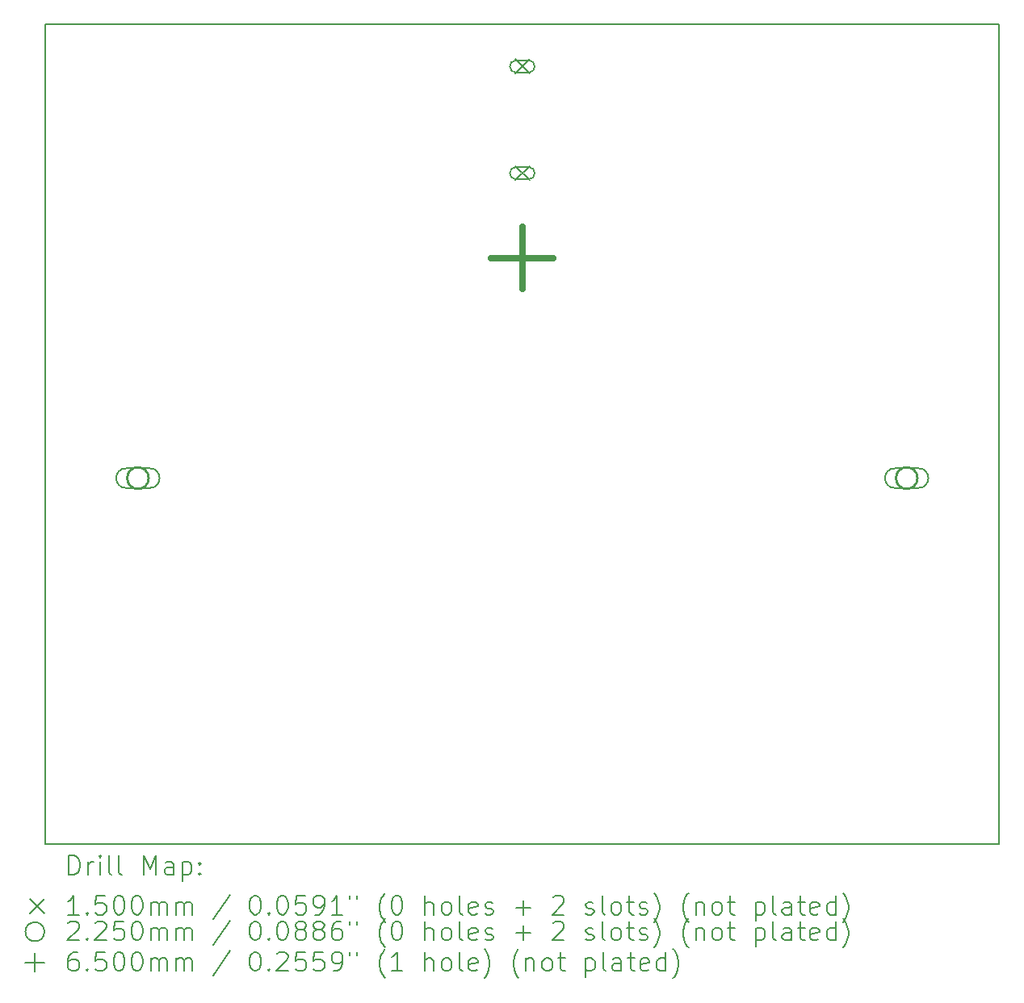
<source format=gbr>
%FSLAX45Y45*%
G04 Gerber Fmt 4.5, Leading zero omitted, Abs format (unit mm)*
G04 Created by KiCad (PCBNEW (6.0.1-0)) date 2023-01-18 10:24:00*
%MOMM*%
%LPD*%
G01*
G04 APERTURE LIST*
%TA.AperFunction,Profile*%
%ADD10C,0.200000*%
%TD*%
%ADD11C,0.200000*%
%ADD12C,0.150000*%
%ADD13C,0.225000*%
%ADD14C,0.650000*%
G04 APERTURE END LIST*
D10*
X10000000Y-13600000D02*
X20000000Y-13600000D01*
X20000000Y-5000000D02*
X10000000Y-5000000D01*
X20000000Y-13600000D02*
X20000000Y-5000000D01*
X10000000Y-13600000D02*
X10000000Y-5000000D01*
D11*
D12*
X14925000Y-5365000D02*
X15075000Y-5515000D01*
X15075000Y-5365000D02*
X14925000Y-5515000D01*
D11*
X14935000Y-5505000D02*
X15065000Y-5505000D01*
X14935000Y-5375000D02*
X15065000Y-5375000D01*
X15065000Y-5505000D02*
G75*
G03*
X15065000Y-5375000I0J65000D01*
G01*
X14935000Y-5375000D02*
G75*
G03*
X14935000Y-5505000I0J-65000D01*
G01*
D12*
X14925000Y-6485000D02*
X15075000Y-6635000D01*
X15075000Y-6485000D02*
X14925000Y-6635000D01*
D11*
X14935000Y-6625000D02*
X15065000Y-6625000D01*
X14935000Y-6495000D02*
X15065000Y-6495000D01*
X15065000Y-6625000D02*
G75*
G03*
X15065000Y-6495000I0J65000D01*
G01*
X14935000Y-6495000D02*
G75*
G03*
X14935000Y-6625000I0J-65000D01*
G01*
D13*
X11082500Y-9760000D02*
G75*
G03*
X11082500Y-9760000I-112500J0D01*
G01*
D11*
X10845000Y-9862500D02*
X11095000Y-9862500D01*
X10845000Y-9657500D02*
X11095000Y-9657500D01*
X11095000Y-9862500D02*
G75*
G03*
X11095000Y-9657500I0J102500D01*
G01*
X10845000Y-9657500D02*
G75*
G03*
X10845000Y-9862500I0J-102500D01*
G01*
D13*
X19142500Y-9760000D02*
G75*
G03*
X19142500Y-9760000I-112500J0D01*
G01*
D11*
X18905000Y-9862500D02*
X19155000Y-9862500D01*
X18905000Y-9657500D02*
X19155000Y-9657500D01*
X19155000Y-9862500D02*
G75*
G03*
X19155000Y-9657500I0J102500D01*
G01*
X18905000Y-9657500D02*
G75*
G03*
X18905000Y-9862500I0J-102500D01*
G01*
D14*
X15000000Y-7125000D02*
X15000000Y-7775000D01*
X14675000Y-7450000D02*
X15325000Y-7450000D01*
D11*
X10247619Y-13920476D02*
X10247619Y-13720476D01*
X10295238Y-13720476D01*
X10323810Y-13730000D01*
X10342857Y-13749048D01*
X10352381Y-13768095D01*
X10361905Y-13806190D01*
X10361905Y-13834762D01*
X10352381Y-13872857D01*
X10342857Y-13891905D01*
X10323810Y-13910952D01*
X10295238Y-13920476D01*
X10247619Y-13920476D01*
X10447619Y-13920476D02*
X10447619Y-13787143D01*
X10447619Y-13825238D02*
X10457143Y-13806190D01*
X10466667Y-13796667D01*
X10485714Y-13787143D01*
X10504762Y-13787143D01*
X10571429Y-13920476D02*
X10571429Y-13787143D01*
X10571429Y-13720476D02*
X10561905Y-13730000D01*
X10571429Y-13739524D01*
X10580952Y-13730000D01*
X10571429Y-13720476D01*
X10571429Y-13739524D01*
X10695238Y-13920476D02*
X10676190Y-13910952D01*
X10666667Y-13891905D01*
X10666667Y-13720476D01*
X10800000Y-13920476D02*
X10780952Y-13910952D01*
X10771429Y-13891905D01*
X10771429Y-13720476D01*
X11028571Y-13920476D02*
X11028571Y-13720476D01*
X11095238Y-13863333D01*
X11161905Y-13720476D01*
X11161905Y-13920476D01*
X11342857Y-13920476D02*
X11342857Y-13815714D01*
X11333333Y-13796667D01*
X11314286Y-13787143D01*
X11276190Y-13787143D01*
X11257143Y-13796667D01*
X11342857Y-13910952D02*
X11323809Y-13920476D01*
X11276190Y-13920476D01*
X11257143Y-13910952D01*
X11247619Y-13891905D01*
X11247619Y-13872857D01*
X11257143Y-13853809D01*
X11276190Y-13844286D01*
X11323809Y-13844286D01*
X11342857Y-13834762D01*
X11438095Y-13787143D02*
X11438095Y-13987143D01*
X11438095Y-13796667D02*
X11457143Y-13787143D01*
X11495238Y-13787143D01*
X11514286Y-13796667D01*
X11523809Y-13806190D01*
X11533333Y-13825238D01*
X11533333Y-13882381D01*
X11523809Y-13901428D01*
X11514286Y-13910952D01*
X11495238Y-13920476D01*
X11457143Y-13920476D01*
X11438095Y-13910952D01*
X11619048Y-13901428D02*
X11628571Y-13910952D01*
X11619048Y-13920476D01*
X11609524Y-13910952D01*
X11619048Y-13901428D01*
X11619048Y-13920476D01*
X11619048Y-13796667D02*
X11628571Y-13806190D01*
X11619048Y-13815714D01*
X11609524Y-13806190D01*
X11619048Y-13796667D01*
X11619048Y-13815714D01*
D12*
X9840000Y-14175000D02*
X9990000Y-14325000D01*
X9990000Y-14175000D02*
X9840000Y-14325000D01*
D11*
X10352381Y-14340476D02*
X10238095Y-14340476D01*
X10295238Y-14340476D02*
X10295238Y-14140476D01*
X10276190Y-14169048D01*
X10257143Y-14188095D01*
X10238095Y-14197619D01*
X10438095Y-14321428D02*
X10447619Y-14330952D01*
X10438095Y-14340476D01*
X10428571Y-14330952D01*
X10438095Y-14321428D01*
X10438095Y-14340476D01*
X10628571Y-14140476D02*
X10533333Y-14140476D01*
X10523810Y-14235714D01*
X10533333Y-14226190D01*
X10552381Y-14216667D01*
X10600000Y-14216667D01*
X10619048Y-14226190D01*
X10628571Y-14235714D01*
X10638095Y-14254762D01*
X10638095Y-14302381D01*
X10628571Y-14321428D01*
X10619048Y-14330952D01*
X10600000Y-14340476D01*
X10552381Y-14340476D01*
X10533333Y-14330952D01*
X10523810Y-14321428D01*
X10761905Y-14140476D02*
X10780952Y-14140476D01*
X10800000Y-14150000D01*
X10809524Y-14159524D01*
X10819048Y-14178571D01*
X10828571Y-14216667D01*
X10828571Y-14264286D01*
X10819048Y-14302381D01*
X10809524Y-14321428D01*
X10800000Y-14330952D01*
X10780952Y-14340476D01*
X10761905Y-14340476D01*
X10742857Y-14330952D01*
X10733333Y-14321428D01*
X10723810Y-14302381D01*
X10714286Y-14264286D01*
X10714286Y-14216667D01*
X10723810Y-14178571D01*
X10733333Y-14159524D01*
X10742857Y-14150000D01*
X10761905Y-14140476D01*
X10952381Y-14140476D02*
X10971429Y-14140476D01*
X10990476Y-14150000D01*
X11000000Y-14159524D01*
X11009524Y-14178571D01*
X11019048Y-14216667D01*
X11019048Y-14264286D01*
X11009524Y-14302381D01*
X11000000Y-14321428D01*
X10990476Y-14330952D01*
X10971429Y-14340476D01*
X10952381Y-14340476D01*
X10933333Y-14330952D01*
X10923810Y-14321428D01*
X10914286Y-14302381D01*
X10904762Y-14264286D01*
X10904762Y-14216667D01*
X10914286Y-14178571D01*
X10923810Y-14159524D01*
X10933333Y-14150000D01*
X10952381Y-14140476D01*
X11104762Y-14340476D02*
X11104762Y-14207143D01*
X11104762Y-14226190D02*
X11114286Y-14216667D01*
X11133333Y-14207143D01*
X11161905Y-14207143D01*
X11180952Y-14216667D01*
X11190476Y-14235714D01*
X11190476Y-14340476D01*
X11190476Y-14235714D02*
X11200000Y-14216667D01*
X11219048Y-14207143D01*
X11247619Y-14207143D01*
X11266667Y-14216667D01*
X11276190Y-14235714D01*
X11276190Y-14340476D01*
X11371428Y-14340476D02*
X11371428Y-14207143D01*
X11371428Y-14226190D02*
X11380952Y-14216667D01*
X11400000Y-14207143D01*
X11428571Y-14207143D01*
X11447619Y-14216667D01*
X11457143Y-14235714D01*
X11457143Y-14340476D01*
X11457143Y-14235714D02*
X11466667Y-14216667D01*
X11485714Y-14207143D01*
X11514286Y-14207143D01*
X11533333Y-14216667D01*
X11542857Y-14235714D01*
X11542857Y-14340476D01*
X11933333Y-14130952D02*
X11761905Y-14388095D01*
X12190476Y-14140476D02*
X12209524Y-14140476D01*
X12228571Y-14150000D01*
X12238095Y-14159524D01*
X12247619Y-14178571D01*
X12257143Y-14216667D01*
X12257143Y-14264286D01*
X12247619Y-14302381D01*
X12238095Y-14321428D01*
X12228571Y-14330952D01*
X12209524Y-14340476D01*
X12190476Y-14340476D01*
X12171428Y-14330952D01*
X12161905Y-14321428D01*
X12152381Y-14302381D01*
X12142857Y-14264286D01*
X12142857Y-14216667D01*
X12152381Y-14178571D01*
X12161905Y-14159524D01*
X12171428Y-14150000D01*
X12190476Y-14140476D01*
X12342857Y-14321428D02*
X12352381Y-14330952D01*
X12342857Y-14340476D01*
X12333333Y-14330952D01*
X12342857Y-14321428D01*
X12342857Y-14340476D01*
X12476190Y-14140476D02*
X12495238Y-14140476D01*
X12514286Y-14150000D01*
X12523809Y-14159524D01*
X12533333Y-14178571D01*
X12542857Y-14216667D01*
X12542857Y-14264286D01*
X12533333Y-14302381D01*
X12523809Y-14321428D01*
X12514286Y-14330952D01*
X12495238Y-14340476D01*
X12476190Y-14340476D01*
X12457143Y-14330952D01*
X12447619Y-14321428D01*
X12438095Y-14302381D01*
X12428571Y-14264286D01*
X12428571Y-14216667D01*
X12438095Y-14178571D01*
X12447619Y-14159524D01*
X12457143Y-14150000D01*
X12476190Y-14140476D01*
X12723809Y-14140476D02*
X12628571Y-14140476D01*
X12619048Y-14235714D01*
X12628571Y-14226190D01*
X12647619Y-14216667D01*
X12695238Y-14216667D01*
X12714286Y-14226190D01*
X12723809Y-14235714D01*
X12733333Y-14254762D01*
X12733333Y-14302381D01*
X12723809Y-14321428D01*
X12714286Y-14330952D01*
X12695238Y-14340476D01*
X12647619Y-14340476D01*
X12628571Y-14330952D01*
X12619048Y-14321428D01*
X12828571Y-14340476D02*
X12866667Y-14340476D01*
X12885714Y-14330952D01*
X12895238Y-14321428D01*
X12914286Y-14292857D01*
X12923809Y-14254762D01*
X12923809Y-14178571D01*
X12914286Y-14159524D01*
X12904762Y-14150000D01*
X12885714Y-14140476D01*
X12847619Y-14140476D01*
X12828571Y-14150000D01*
X12819048Y-14159524D01*
X12809524Y-14178571D01*
X12809524Y-14226190D01*
X12819048Y-14245238D01*
X12828571Y-14254762D01*
X12847619Y-14264286D01*
X12885714Y-14264286D01*
X12904762Y-14254762D01*
X12914286Y-14245238D01*
X12923809Y-14226190D01*
X13114286Y-14340476D02*
X13000000Y-14340476D01*
X13057143Y-14340476D02*
X13057143Y-14140476D01*
X13038095Y-14169048D01*
X13019048Y-14188095D01*
X13000000Y-14197619D01*
X13190476Y-14140476D02*
X13190476Y-14178571D01*
X13266667Y-14140476D02*
X13266667Y-14178571D01*
X13561905Y-14416667D02*
X13552381Y-14407143D01*
X13533333Y-14378571D01*
X13523809Y-14359524D01*
X13514286Y-14330952D01*
X13504762Y-14283333D01*
X13504762Y-14245238D01*
X13514286Y-14197619D01*
X13523809Y-14169048D01*
X13533333Y-14150000D01*
X13552381Y-14121428D01*
X13561905Y-14111905D01*
X13676190Y-14140476D02*
X13695238Y-14140476D01*
X13714286Y-14150000D01*
X13723809Y-14159524D01*
X13733333Y-14178571D01*
X13742857Y-14216667D01*
X13742857Y-14264286D01*
X13733333Y-14302381D01*
X13723809Y-14321428D01*
X13714286Y-14330952D01*
X13695238Y-14340476D01*
X13676190Y-14340476D01*
X13657143Y-14330952D01*
X13647619Y-14321428D01*
X13638095Y-14302381D01*
X13628571Y-14264286D01*
X13628571Y-14216667D01*
X13638095Y-14178571D01*
X13647619Y-14159524D01*
X13657143Y-14150000D01*
X13676190Y-14140476D01*
X13980952Y-14340476D02*
X13980952Y-14140476D01*
X14066667Y-14340476D02*
X14066667Y-14235714D01*
X14057143Y-14216667D01*
X14038095Y-14207143D01*
X14009524Y-14207143D01*
X13990476Y-14216667D01*
X13980952Y-14226190D01*
X14190476Y-14340476D02*
X14171428Y-14330952D01*
X14161905Y-14321428D01*
X14152381Y-14302381D01*
X14152381Y-14245238D01*
X14161905Y-14226190D01*
X14171428Y-14216667D01*
X14190476Y-14207143D01*
X14219048Y-14207143D01*
X14238095Y-14216667D01*
X14247619Y-14226190D01*
X14257143Y-14245238D01*
X14257143Y-14302381D01*
X14247619Y-14321428D01*
X14238095Y-14330952D01*
X14219048Y-14340476D01*
X14190476Y-14340476D01*
X14371428Y-14340476D02*
X14352381Y-14330952D01*
X14342857Y-14311905D01*
X14342857Y-14140476D01*
X14523809Y-14330952D02*
X14504762Y-14340476D01*
X14466667Y-14340476D01*
X14447619Y-14330952D01*
X14438095Y-14311905D01*
X14438095Y-14235714D01*
X14447619Y-14216667D01*
X14466667Y-14207143D01*
X14504762Y-14207143D01*
X14523809Y-14216667D01*
X14533333Y-14235714D01*
X14533333Y-14254762D01*
X14438095Y-14273809D01*
X14609524Y-14330952D02*
X14628571Y-14340476D01*
X14666667Y-14340476D01*
X14685714Y-14330952D01*
X14695238Y-14311905D01*
X14695238Y-14302381D01*
X14685714Y-14283333D01*
X14666667Y-14273809D01*
X14638095Y-14273809D01*
X14619048Y-14264286D01*
X14609524Y-14245238D01*
X14609524Y-14235714D01*
X14619048Y-14216667D01*
X14638095Y-14207143D01*
X14666667Y-14207143D01*
X14685714Y-14216667D01*
X14933333Y-14264286D02*
X15085714Y-14264286D01*
X15009524Y-14340476D02*
X15009524Y-14188095D01*
X15323809Y-14159524D02*
X15333333Y-14150000D01*
X15352381Y-14140476D01*
X15400000Y-14140476D01*
X15419048Y-14150000D01*
X15428571Y-14159524D01*
X15438095Y-14178571D01*
X15438095Y-14197619D01*
X15428571Y-14226190D01*
X15314286Y-14340476D01*
X15438095Y-14340476D01*
X15666667Y-14330952D02*
X15685714Y-14340476D01*
X15723809Y-14340476D01*
X15742857Y-14330952D01*
X15752381Y-14311905D01*
X15752381Y-14302381D01*
X15742857Y-14283333D01*
X15723809Y-14273809D01*
X15695238Y-14273809D01*
X15676190Y-14264286D01*
X15666667Y-14245238D01*
X15666667Y-14235714D01*
X15676190Y-14216667D01*
X15695238Y-14207143D01*
X15723809Y-14207143D01*
X15742857Y-14216667D01*
X15866667Y-14340476D02*
X15847619Y-14330952D01*
X15838095Y-14311905D01*
X15838095Y-14140476D01*
X15971428Y-14340476D02*
X15952381Y-14330952D01*
X15942857Y-14321428D01*
X15933333Y-14302381D01*
X15933333Y-14245238D01*
X15942857Y-14226190D01*
X15952381Y-14216667D01*
X15971428Y-14207143D01*
X16000000Y-14207143D01*
X16019048Y-14216667D01*
X16028571Y-14226190D01*
X16038095Y-14245238D01*
X16038095Y-14302381D01*
X16028571Y-14321428D01*
X16019048Y-14330952D01*
X16000000Y-14340476D01*
X15971428Y-14340476D01*
X16095238Y-14207143D02*
X16171428Y-14207143D01*
X16123809Y-14140476D02*
X16123809Y-14311905D01*
X16133333Y-14330952D01*
X16152381Y-14340476D01*
X16171428Y-14340476D01*
X16228571Y-14330952D02*
X16247619Y-14340476D01*
X16285714Y-14340476D01*
X16304762Y-14330952D01*
X16314286Y-14311905D01*
X16314286Y-14302381D01*
X16304762Y-14283333D01*
X16285714Y-14273809D01*
X16257143Y-14273809D01*
X16238095Y-14264286D01*
X16228571Y-14245238D01*
X16228571Y-14235714D01*
X16238095Y-14216667D01*
X16257143Y-14207143D01*
X16285714Y-14207143D01*
X16304762Y-14216667D01*
X16380952Y-14416667D02*
X16390476Y-14407143D01*
X16409524Y-14378571D01*
X16419048Y-14359524D01*
X16428571Y-14330952D01*
X16438095Y-14283333D01*
X16438095Y-14245238D01*
X16428571Y-14197619D01*
X16419048Y-14169048D01*
X16409524Y-14150000D01*
X16390476Y-14121428D01*
X16380952Y-14111905D01*
X16742857Y-14416667D02*
X16733333Y-14407143D01*
X16714286Y-14378571D01*
X16704762Y-14359524D01*
X16695238Y-14330952D01*
X16685714Y-14283333D01*
X16685714Y-14245238D01*
X16695238Y-14197619D01*
X16704762Y-14169048D01*
X16714286Y-14150000D01*
X16733333Y-14121428D01*
X16742857Y-14111905D01*
X16819048Y-14207143D02*
X16819048Y-14340476D01*
X16819048Y-14226190D02*
X16828571Y-14216667D01*
X16847619Y-14207143D01*
X16876190Y-14207143D01*
X16895238Y-14216667D01*
X16904762Y-14235714D01*
X16904762Y-14340476D01*
X17028571Y-14340476D02*
X17009524Y-14330952D01*
X17000000Y-14321428D01*
X16990476Y-14302381D01*
X16990476Y-14245238D01*
X17000000Y-14226190D01*
X17009524Y-14216667D01*
X17028571Y-14207143D01*
X17057143Y-14207143D01*
X17076190Y-14216667D01*
X17085714Y-14226190D01*
X17095238Y-14245238D01*
X17095238Y-14302381D01*
X17085714Y-14321428D01*
X17076190Y-14330952D01*
X17057143Y-14340476D01*
X17028571Y-14340476D01*
X17152381Y-14207143D02*
X17228571Y-14207143D01*
X17180952Y-14140476D02*
X17180952Y-14311905D01*
X17190476Y-14330952D01*
X17209524Y-14340476D01*
X17228571Y-14340476D01*
X17447619Y-14207143D02*
X17447619Y-14407143D01*
X17447619Y-14216667D02*
X17466667Y-14207143D01*
X17504762Y-14207143D01*
X17523810Y-14216667D01*
X17533333Y-14226190D01*
X17542857Y-14245238D01*
X17542857Y-14302381D01*
X17533333Y-14321428D01*
X17523810Y-14330952D01*
X17504762Y-14340476D01*
X17466667Y-14340476D01*
X17447619Y-14330952D01*
X17657143Y-14340476D02*
X17638095Y-14330952D01*
X17628571Y-14311905D01*
X17628571Y-14140476D01*
X17819048Y-14340476D02*
X17819048Y-14235714D01*
X17809524Y-14216667D01*
X17790476Y-14207143D01*
X17752381Y-14207143D01*
X17733333Y-14216667D01*
X17819048Y-14330952D02*
X17800000Y-14340476D01*
X17752381Y-14340476D01*
X17733333Y-14330952D01*
X17723810Y-14311905D01*
X17723810Y-14292857D01*
X17733333Y-14273809D01*
X17752381Y-14264286D01*
X17800000Y-14264286D01*
X17819048Y-14254762D01*
X17885714Y-14207143D02*
X17961905Y-14207143D01*
X17914286Y-14140476D02*
X17914286Y-14311905D01*
X17923810Y-14330952D01*
X17942857Y-14340476D01*
X17961905Y-14340476D01*
X18104762Y-14330952D02*
X18085714Y-14340476D01*
X18047619Y-14340476D01*
X18028571Y-14330952D01*
X18019048Y-14311905D01*
X18019048Y-14235714D01*
X18028571Y-14216667D01*
X18047619Y-14207143D01*
X18085714Y-14207143D01*
X18104762Y-14216667D01*
X18114286Y-14235714D01*
X18114286Y-14254762D01*
X18019048Y-14273809D01*
X18285714Y-14340476D02*
X18285714Y-14140476D01*
X18285714Y-14330952D02*
X18266667Y-14340476D01*
X18228571Y-14340476D01*
X18209524Y-14330952D01*
X18200000Y-14321428D01*
X18190476Y-14302381D01*
X18190476Y-14245238D01*
X18200000Y-14226190D01*
X18209524Y-14216667D01*
X18228571Y-14207143D01*
X18266667Y-14207143D01*
X18285714Y-14216667D01*
X18361905Y-14416667D02*
X18371429Y-14407143D01*
X18390476Y-14378571D01*
X18400000Y-14359524D01*
X18409524Y-14330952D01*
X18419048Y-14283333D01*
X18419048Y-14245238D01*
X18409524Y-14197619D01*
X18400000Y-14169048D01*
X18390476Y-14150000D01*
X18371429Y-14121428D01*
X18361905Y-14111905D01*
X9990000Y-14520000D02*
G75*
G03*
X9990000Y-14520000I-100000J0D01*
G01*
X10238095Y-14429524D02*
X10247619Y-14420000D01*
X10266667Y-14410476D01*
X10314286Y-14410476D01*
X10333333Y-14420000D01*
X10342857Y-14429524D01*
X10352381Y-14448571D01*
X10352381Y-14467619D01*
X10342857Y-14496190D01*
X10228571Y-14610476D01*
X10352381Y-14610476D01*
X10438095Y-14591428D02*
X10447619Y-14600952D01*
X10438095Y-14610476D01*
X10428571Y-14600952D01*
X10438095Y-14591428D01*
X10438095Y-14610476D01*
X10523810Y-14429524D02*
X10533333Y-14420000D01*
X10552381Y-14410476D01*
X10600000Y-14410476D01*
X10619048Y-14420000D01*
X10628571Y-14429524D01*
X10638095Y-14448571D01*
X10638095Y-14467619D01*
X10628571Y-14496190D01*
X10514286Y-14610476D01*
X10638095Y-14610476D01*
X10819048Y-14410476D02*
X10723810Y-14410476D01*
X10714286Y-14505714D01*
X10723810Y-14496190D01*
X10742857Y-14486667D01*
X10790476Y-14486667D01*
X10809524Y-14496190D01*
X10819048Y-14505714D01*
X10828571Y-14524762D01*
X10828571Y-14572381D01*
X10819048Y-14591428D01*
X10809524Y-14600952D01*
X10790476Y-14610476D01*
X10742857Y-14610476D01*
X10723810Y-14600952D01*
X10714286Y-14591428D01*
X10952381Y-14410476D02*
X10971429Y-14410476D01*
X10990476Y-14420000D01*
X11000000Y-14429524D01*
X11009524Y-14448571D01*
X11019048Y-14486667D01*
X11019048Y-14534286D01*
X11009524Y-14572381D01*
X11000000Y-14591428D01*
X10990476Y-14600952D01*
X10971429Y-14610476D01*
X10952381Y-14610476D01*
X10933333Y-14600952D01*
X10923810Y-14591428D01*
X10914286Y-14572381D01*
X10904762Y-14534286D01*
X10904762Y-14486667D01*
X10914286Y-14448571D01*
X10923810Y-14429524D01*
X10933333Y-14420000D01*
X10952381Y-14410476D01*
X11104762Y-14610476D02*
X11104762Y-14477143D01*
X11104762Y-14496190D02*
X11114286Y-14486667D01*
X11133333Y-14477143D01*
X11161905Y-14477143D01*
X11180952Y-14486667D01*
X11190476Y-14505714D01*
X11190476Y-14610476D01*
X11190476Y-14505714D02*
X11200000Y-14486667D01*
X11219048Y-14477143D01*
X11247619Y-14477143D01*
X11266667Y-14486667D01*
X11276190Y-14505714D01*
X11276190Y-14610476D01*
X11371428Y-14610476D02*
X11371428Y-14477143D01*
X11371428Y-14496190D02*
X11380952Y-14486667D01*
X11400000Y-14477143D01*
X11428571Y-14477143D01*
X11447619Y-14486667D01*
X11457143Y-14505714D01*
X11457143Y-14610476D01*
X11457143Y-14505714D02*
X11466667Y-14486667D01*
X11485714Y-14477143D01*
X11514286Y-14477143D01*
X11533333Y-14486667D01*
X11542857Y-14505714D01*
X11542857Y-14610476D01*
X11933333Y-14400952D02*
X11761905Y-14658095D01*
X12190476Y-14410476D02*
X12209524Y-14410476D01*
X12228571Y-14420000D01*
X12238095Y-14429524D01*
X12247619Y-14448571D01*
X12257143Y-14486667D01*
X12257143Y-14534286D01*
X12247619Y-14572381D01*
X12238095Y-14591428D01*
X12228571Y-14600952D01*
X12209524Y-14610476D01*
X12190476Y-14610476D01*
X12171428Y-14600952D01*
X12161905Y-14591428D01*
X12152381Y-14572381D01*
X12142857Y-14534286D01*
X12142857Y-14486667D01*
X12152381Y-14448571D01*
X12161905Y-14429524D01*
X12171428Y-14420000D01*
X12190476Y-14410476D01*
X12342857Y-14591428D02*
X12352381Y-14600952D01*
X12342857Y-14610476D01*
X12333333Y-14600952D01*
X12342857Y-14591428D01*
X12342857Y-14610476D01*
X12476190Y-14410476D02*
X12495238Y-14410476D01*
X12514286Y-14420000D01*
X12523809Y-14429524D01*
X12533333Y-14448571D01*
X12542857Y-14486667D01*
X12542857Y-14534286D01*
X12533333Y-14572381D01*
X12523809Y-14591428D01*
X12514286Y-14600952D01*
X12495238Y-14610476D01*
X12476190Y-14610476D01*
X12457143Y-14600952D01*
X12447619Y-14591428D01*
X12438095Y-14572381D01*
X12428571Y-14534286D01*
X12428571Y-14486667D01*
X12438095Y-14448571D01*
X12447619Y-14429524D01*
X12457143Y-14420000D01*
X12476190Y-14410476D01*
X12657143Y-14496190D02*
X12638095Y-14486667D01*
X12628571Y-14477143D01*
X12619048Y-14458095D01*
X12619048Y-14448571D01*
X12628571Y-14429524D01*
X12638095Y-14420000D01*
X12657143Y-14410476D01*
X12695238Y-14410476D01*
X12714286Y-14420000D01*
X12723809Y-14429524D01*
X12733333Y-14448571D01*
X12733333Y-14458095D01*
X12723809Y-14477143D01*
X12714286Y-14486667D01*
X12695238Y-14496190D01*
X12657143Y-14496190D01*
X12638095Y-14505714D01*
X12628571Y-14515238D01*
X12619048Y-14534286D01*
X12619048Y-14572381D01*
X12628571Y-14591428D01*
X12638095Y-14600952D01*
X12657143Y-14610476D01*
X12695238Y-14610476D01*
X12714286Y-14600952D01*
X12723809Y-14591428D01*
X12733333Y-14572381D01*
X12733333Y-14534286D01*
X12723809Y-14515238D01*
X12714286Y-14505714D01*
X12695238Y-14496190D01*
X12847619Y-14496190D02*
X12828571Y-14486667D01*
X12819048Y-14477143D01*
X12809524Y-14458095D01*
X12809524Y-14448571D01*
X12819048Y-14429524D01*
X12828571Y-14420000D01*
X12847619Y-14410476D01*
X12885714Y-14410476D01*
X12904762Y-14420000D01*
X12914286Y-14429524D01*
X12923809Y-14448571D01*
X12923809Y-14458095D01*
X12914286Y-14477143D01*
X12904762Y-14486667D01*
X12885714Y-14496190D01*
X12847619Y-14496190D01*
X12828571Y-14505714D01*
X12819048Y-14515238D01*
X12809524Y-14534286D01*
X12809524Y-14572381D01*
X12819048Y-14591428D01*
X12828571Y-14600952D01*
X12847619Y-14610476D01*
X12885714Y-14610476D01*
X12904762Y-14600952D01*
X12914286Y-14591428D01*
X12923809Y-14572381D01*
X12923809Y-14534286D01*
X12914286Y-14515238D01*
X12904762Y-14505714D01*
X12885714Y-14496190D01*
X13095238Y-14410476D02*
X13057143Y-14410476D01*
X13038095Y-14420000D01*
X13028571Y-14429524D01*
X13009524Y-14458095D01*
X13000000Y-14496190D01*
X13000000Y-14572381D01*
X13009524Y-14591428D01*
X13019048Y-14600952D01*
X13038095Y-14610476D01*
X13076190Y-14610476D01*
X13095238Y-14600952D01*
X13104762Y-14591428D01*
X13114286Y-14572381D01*
X13114286Y-14524762D01*
X13104762Y-14505714D01*
X13095238Y-14496190D01*
X13076190Y-14486667D01*
X13038095Y-14486667D01*
X13019048Y-14496190D01*
X13009524Y-14505714D01*
X13000000Y-14524762D01*
X13190476Y-14410476D02*
X13190476Y-14448571D01*
X13266667Y-14410476D02*
X13266667Y-14448571D01*
X13561905Y-14686667D02*
X13552381Y-14677143D01*
X13533333Y-14648571D01*
X13523809Y-14629524D01*
X13514286Y-14600952D01*
X13504762Y-14553333D01*
X13504762Y-14515238D01*
X13514286Y-14467619D01*
X13523809Y-14439048D01*
X13533333Y-14420000D01*
X13552381Y-14391428D01*
X13561905Y-14381905D01*
X13676190Y-14410476D02*
X13695238Y-14410476D01*
X13714286Y-14420000D01*
X13723809Y-14429524D01*
X13733333Y-14448571D01*
X13742857Y-14486667D01*
X13742857Y-14534286D01*
X13733333Y-14572381D01*
X13723809Y-14591428D01*
X13714286Y-14600952D01*
X13695238Y-14610476D01*
X13676190Y-14610476D01*
X13657143Y-14600952D01*
X13647619Y-14591428D01*
X13638095Y-14572381D01*
X13628571Y-14534286D01*
X13628571Y-14486667D01*
X13638095Y-14448571D01*
X13647619Y-14429524D01*
X13657143Y-14420000D01*
X13676190Y-14410476D01*
X13980952Y-14610476D02*
X13980952Y-14410476D01*
X14066667Y-14610476D02*
X14066667Y-14505714D01*
X14057143Y-14486667D01*
X14038095Y-14477143D01*
X14009524Y-14477143D01*
X13990476Y-14486667D01*
X13980952Y-14496190D01*
X14190476Y-14610476D02*
X14171428Y-14600952D01*
X14161905Y-14591428D01*
X14152381Y-14572381D01*
X14152381Y-14515238D01*
X14161905Y-14496190D01*
X14171428Y-14486667D01*
X14190476Y-14477143D01*
X14219048Y-14477143D01*
X14238095Y-14486667D01*
X14247619Y-14496190D01*
X14257143Y-14515238D01*
X14257143Y-14572381D01*
X14247619Y-14591428D01*
X14238095Y-14600952D01*
X14219048Y-14610476D01*
X14190476Y-14610476D01*
X14371428Y-14610476D02*
X14352381Y-14600952D01*
X14342857Y-14581905D01*
X14342857Y-14410476D01*
X14523809Y-14600952D02*
X14504762Y-14610476D01*
X14466667Y-14610476D01*
X14447619Y-14600952D01*
X14438095Y-14581905D01*
X14438095Y-14505714D01*
X14447619Y-14486667D01*
X14466667Y-14477143D01*
X14504762Y-14477143D01*
X14523809Y-14486667D01*
X14533333Y-14505714D01*
X14533333Y-14524762D01*
X14438095Y-14543809D01*
X14609524Y-14600952D02*
X14628571Y-14610476D01*
X14666667Y-14610476D01*
X14685714Y-14600952D01*
X14695238Y-14581905D01*
X14695238Y-14572381D01*
X14685714Y-14553333D01*
X14666667Y-14543809D01*
X14638095Y-14543809D01*
X14619048Y-14534286D01*
X14609524Y-14515238D01*
X14609524Y-14505714D01*
X14619048Y-14486667D01*
X14638095Y-14477143D01*
X14666667Y-14477143D01*
X14685714Y-14486667D01*
X14933333Y-14534286D02*
X15085714Y-14534286D01*
X15009524Y-14610476D02*
X15009524Y-14458095D01*
X15323809Y-14429524D02*
X15333333Y-14420000D01*
X15352381Y-14410476D01*
X15400000Y-14410476D01*
X15419048Y-14420000D01*
X15428571Y-14429524D01*
X15438095Y-14448571D01*
X15438095Y-14467619D01*
X15428571Y-14496190D01*
X15314286Y-14610476D01*
X15438095Y-14610476D01*
X15666667Y-14600952D02*
X15685714Y-14610476D01*
X15723809Y-14610476D01*
X15742857Y-14600952D01*
X15752381Y-14581905D01*
X15752381Y-14572381D01*
X15742857Y-14553333D01*
X15723809Y-14543809D01*
X15695238Y-14543809D01*
X15676190Y-14534286D01*
X15666667Y-14515238D01*
X15666667Y-14505714D01*
X15676190Y-14486667D01*
X15695238Y-14477143D01*
X15723809Y-14477143D01*
X15742857Y-14486667D01*
X15866667Y-14610476D02*
X15847619Y-14600952D01*
X15838095Y-14581905D01*
X15838095Y-14410476D01*
X15971428Y-14610476D02*
X15952381Y-14600952D01*
X15942857Y-14591428D01*
X15933333Y-14572381D01*
X15933333Y-14515238D01*
X15942857Y-14496190D01*
X15952381Y-14486667D01*
X15971428Y-14477143D01*
X16000000Y-14477143D01*
X16019048Y-14486667D01*
X16028571Y-14496190D01*
X16038095Y-14515238D01*
X16038095Y-14572381D01*
X16028571Y-14591428D01*
X16019048Y-14600952D01*
X16000000Y-14610476D01*
X15971428Y-14610476D01*
X16095238Y-14477143D02*
X16171428Y-14477143D01*
X16123809Y-14410476D02*
X16123809Y-14581905D01*
X16133333Y-14600952D01*
X16152381Y-14610476D01*
X16171428Y-14610476D01*
X16228571Y-14600952D02*
X16247619Y-14610476D01*
X16285714Y-14610476D01*
X16304762Y-14600952D01*
X16314286Y-14581905D01*
X16314286Y-14572381D01*
X16304762Y-14553333D01*
X16285714Y-14543809D01*
X16257143Y-14543809D01*
X16238095Y-14534286D01*
X16228571Y-14515238D01*
X16228571Y-14505714D01*
X16238095Y-14486667D01*
X16257143Y-14477143D01*
X16285714Y-14477143D01*
X16304762Y-14486667D01*
X16380952Y-14686667D02*
X16390476Y-14677143D01*
X16409524Y-14648571D01*
X16419048Y-14629524D01*
X16428571Y-14600952D01*
X16438095Y-14553333D01*
X16438095Y-14515238D01*
X16428571Y-14467619D01*
X16419048Y-14439048D01*
X16409524Y-14420000D01*
X16390476Y-14391428D01*
X16380952Y-14381905D01*
X16742857Y-14686667D02*
X16733333Y-14677143D01*
X16714286Y-14648571D01*
X16704762Y-14629524D01*
X16695238Y-14600952D01*
X16685714Y-14553333D01*
X16685714Y-14515238D01*
X16695238Y-14467619D01*
X16704762Y-14439048D01*
X16714286Y-14420000D01*
X16733333Y-14391428D01*
X16742857Y-14381905D01*
X16819048Y-14477143D02*
X16819048Y-14610476D01*
X16819048Y-14496190D02*
X16828571Y-14486667D01*
X16847619Y-14477143D01*
X16876190Y-14477143D01*
X16895238Y-14486667D01*
X16904762Y-14505714D01*
X16904762Y-14610476D01*
X17028571Y-14610476D02*
X17009524Y-14600952D01*
X17000000Y-14591428D01*
X16990476Y-14572381D01*
X16990476Y-14515238D01*
X17000000Y-14496190D01*
X17009524Y-14486667D01*
X17028571Y-14477143D01*
X17057143Y-14477143D01*
X17076190Y-14486667D01*
X17085714Y-14496190D01*
X17095238Y-14515238D01*
X17095238Y-14572381D01*
X17085714Y-14591428D01*
X17076190Y-14600952D01*
X17057143Y-14610476D01*
X17028571Y-14610476D01*
X17152381Y-14477143D02*
X17228571Y-14477143D01*
X17180952Y-14410476D02*
X17180952Y-14581905D01*
X17190476Y-14600952D01*
X17209524Y-14610476D01*
X17228571Y-14610476D01*
X17447619Y-14477143D02*
X17447619Y-14677143D01*
X17447619Y-14486667D02*
X17466667Y-14477143D01*
X17504762Y-14477143D01*
X17523810Y-14486667D01*
X17533333Y-14496190D01*
X17542857Y-14515238D01*
X17542857Y-14572381D01*
X17533333Y-14591428D01*
X17523810Y-14600952D01*
X17504762Y-14610476D01*
X17466667Y-14610476D01*
X17447619Y-14600952D01*
X17657143Y-14610476D02*
X17638095Y-14600952D01*
X17628571Y-14581905D01*
X17628571Y-14410476D01*
X17819048Y-14610476D02*
X17819048Y-14505714D01*
X17809524Y-14486667D01*
X17790476Y-14477143D01*
X17752381Y-14477143D01*
X17733333Y-14486667D01*
X17819048Y-14600952D02*
X17800000Y-14610476D01*
X17752381Y-14610476D01*
X17733333Y-14600952D01*
X17723810Y-14581905D01*
X17723810Y-14562857D01*
X17733333Y-14543809D01*
X17752381Y-14534286D01*
X17800000Y-14534286D01*
X17819048Y-14524762D01*
X17885714Y-14477143D02*
X17961905Y-14477143D01*
X17914286Y-14410476D02*
X17914286Y-14581905D01*
X17923810Y-14600952D01*
X17942857Y-14610476D01*
X17961905Y-14610476D01*
X18104762Y-14600952D02*
X18085714Y-14610476D01*
X18047619Y-14610476D01*
X18028571Y-14600952D01*
X18019048Y-14581905D01*
X18019048Y-14505714D01*
X18028571Y-14486667D01*
X18047619Y-14477143D01*
X18085714Y-14477143D01*
X18104762Y-14486667D01*
X18114286Y-14505714D01*
X18114286Y-14524762D01*
X18019048Y-14543809D01*
X18285714Y-14610476D02*
X18285714Y-14410476D01*
X18285714Y-14600952D02*
X18266667Y-14610476D01*
X18228571Y-14610476D01*
X18209524Y-14600952D01*
X18200000Y-14591428D01*
X18190476Y-14572381D01*
X18190476Y-14515238D01*
X18200000Y-14496190D01*
X18209524Y-14486667D01*
X18228571Y-14477143D01*
X18266667Y-14477143D01*
X18285714Y-14486667D01*
X18361905Y-14686667D02*
X18371429Y-14677143D01*
X18390476Y-14648571D01*
X18400000Y-14629524D01*
X18409524Y-14600952D01*
X18419048Y-14553333D01*
X18419048Y-14515238D01*
X18409524Y-14467619D01*
X18400000Y-14439048D01*
X18390476Y-14420000D01*
X18371429Y-14391428D01*
X18361905Y-14381905D01*
X9890000Y-14740000D02*
X9890000Y-14940000D01*
X9790000Y-14840000D02*
X9990000Y-14840000D01*
X10333333Y-14730476D02*
X10295238Y-14730476D01*
X10276190Y-14740000D01*
X10266667Y-14749524D01*
X10247619Y-14778095D01*
X10238095Y-14816190D01*
X10238095Y-14892381D01*
X10247619Y-14911428D01*
X10257143Y-14920952D01*
X10276190Y-14930476D01*
X10314286Y-14930476D01*
X10333333Y-14920952D01*
X10342857Y-14911428D01*
X10352381Y-14892381D01*
X10352381Y-14844762D01*
X10342857Y-14825714D01*
X10333333Y-14816190D01*
X10314286Y-14806667D01*
X10276190Y-14806667D01*
X10257143Y-14816190D01*
X10247619Y-14825714D01*
X10238095Y-14844762D01*
X10438095Y-14911428D02*
X10447619Y-14920952D01*
X10438095Y-14930476D01*
X10428571Y-14920952D01*
X10438095Y-14911428D01*
X10438095Y-14930476D01*
X10628571Y-14730476D02*
X10533333Y-14730476D01*
X10523810Y-14825714D01*
X10533333Y-14816190D01*
X10552381Y-14806667D01*
X10600000Y-14806667D01*
X10619048Y-14816190D01*
X10628571Y-14825714D01*
X10638095Y-14844762D01*
X10638095Y-14892381D01*
X10628571Y-14911428D01*
X10619048Y-14920952D01*
X10600000Y-14930476D01*
X10552381Y-14930476D01*
X10533333Y-14920952D01*
X10523810Y-14911428D01*
X10761905Y-14730476D02*
X10780952Y-14730476D01*
X10800000Y-14740000D01*
X10809524Y-14749524D01*
X10819048Y-14768571D01*
X10828571Y-14806667D01*
X10828571Y-14854286D01*
X10819048Y-14892381D01*
X10809524Y-14911428D01*
X10800000Y-14920952D01*
X10780952Y-14930476D01*
X10761905Y-14930476D01*
X10742857Y-14920952D01*
X10733333Y-14911428D01*
X10723810Y-14892381D01*
X10714286Y-14854286D01*
X10714286Y-14806667D01*
X10723810Y-14768571D01*
X10733333Y-14749524D01*
X10742857Y-14740000D01*
X10761905Y-14730476D01*
X10952381Y-14730476D02*
X10971429Y-14730476D01*
X10990476Y-14740000D01*
X11000000Y-14749524D01*
X11009524Y-14768571D01*
X11019048Y-14806667D01*
X11019048Y-14854286D01*
X11009524Y-14892381D01*
X11000000Y-14911428D01*
X10990476Y-14920952D01*
X10971429Y-14930476D01*
X10952381Y-14930476D01*
X10933333Y-14920952D01*
X10923810Y-14911428D01*
X10914286Y-14892381D01*
X10904762Y-14854286D01*
X10904762Y-14806667D01*
X10914286Y-14768571D01*
X10923810Y-14749524D01*
X10933333Y-14740000D01*
X10952381Y-14730476D01*
X11104762Y-14930476D02*
X11104762Y-14797143D01*
X11104762Y-14816190D02*
X11114286Y-14806667D01*
X11133333Y-14797143D01*
X11161905Y-14797143D01*
X11180952Y-14806667D01*
X11190476Y-14825714D01*
X11190476Y-14930476D01*
X11190476Y-14825714D02*
X11200000Y-14806667D01*
X11219048Y-14797143D01*
X11247619Y-14797143D01*
X11266667Y-14806667D01*
X11276190Y-14825714D01*
X11276190Y-14930476D01*
X11371428Y-14930476D02*
X11371428Y-14797143D01*
X11371428Y-14816190D02*
X11380952Y-14806667D01*
X11400000Y-14797143D01*
X11428571Y-14797143D01*
X11447619Y-14806667D01*
X11457143Y-14825714D01*
X11457143Y-14930476D01*
X11457143Y-14825714D02*
X11466667Y-14806667D01*
X11485714Y-14797143D01*
X11514286Y-14797143D01*
X11533333Y-14806667D01*
X11542857Y-14825714D01*
X11542857Y-14930476D01*
X11933333Y-14720952D02*
X11761905Y-14978095D01*
X12190476Y-14730476D02*
X12209524Y-14730476D01*
X12228571Y-14740000D01*
X12238095Y-14749524D01*
X12247619Y-14768571D01*
X12257143Y-14806667D01*
X12257143Y-14854286D01*
X12247619Y-14892381D01*
X12238095Y-14911428D01*
X12228571Y-14920952D01*
X12209524Y-14930476D01*
X12190476Y-14930476D01*
X12171428Y-14920952D01*
X12161905Y-14911428D01*
X12152381Y-14892381D01*
X12142857Y-14854286D01*
X12142857Y-14806667D01*
X12152381Y-14768571D01*
X12161905Y-14749524D01*
X12171428Y-14740000D01*
X12190476Y-14730476D01*
X12342857Y-14911428D02*
X12352381Y-14920952D01*
X12342857Y-14930476D01*
X12333333Y-14920952D01*
X12342857Y-14911428D01*
X12342857Y-14930476D01*
X12428571Y-14749524D02*
X12438095Y-14740000D01*
X12457143Y-14730476D01*
X12504762Y-14730476D01*
X12523809Y-14740000D01*
X12533333Y-14749524D01*
X12542857Y-14768571D01*
X12542857Y-14787619D01*
X12533333Y-14816190D01*
X12419048Y-14930476D01*
X12542857Y-14930476D01*
X12723809Y-14730476D02*
X12628571Y-14730476D01*
X12619048Y-14825714D01*
X12628571Y-14816190D01*
X12647619Y-14806667D01*
X12695238Y-14806667D01*
X12714286Y-14816190D01*
X12723809Y-14825714D01*
X12733333Y-14844762D01*
X12733333Y-14892381D01*
X12723809Y-14911428D01*
X12714286Y-14920952D01*
X12695238Y-14930476D01*
X12647619Y-14930476D01*
X12628571Y-14920952D01*
X12619048Y-14911428D01*
X12914286Y-14730476D02*
X12819048Y-14730476D01*
X12809524Y-14825714D01*
X12819048Y-14816190D01*
X12838095Y-14806667D01*
X12885714Y-14806667D01*
X12904762Y-14816190D01*
X12914286Y-14825714D01*
X12923809Y-14844762D01*
X12923809Y-14892381D01*
X12914286Y-14911428D01*
X12904762Y-14920952D01*
X12885714Y-14930476D01*
X12838095Y-14930476D01*
X12819048Y-14920952D01*
X12809524Y-14911428D01*
X13019048Y-14930476D02*
X13057143Y-14930476D01*
X13076190Y-14920952D01*
X13085714Y-14911428D01*
X13104762Y-14882857D01*
X13114286Y-14844762D01*
X13114286Y-14768571D01*
X13104762Y-14749524D01*
X13095238Y-14740000D01*
X13076190Y-14730476D01*
X13038095Y-14730476D01*
X13019048Y-14740000D01*
X13009524Y-14749524D01*
X13000000Y-14768571D01*
X13000000Y-14816190D01*
X13009524Y-14835238D01*
X13019048Y-14844762D01*
X13038095Y-14854286D01*
X13076190Y-14854286D01*
X13095238Y-14844762D01*
X13104762Y-14835238D01*
X13114286Y-14816190D01*
X13190476Y-14730476D02*
X13190476Y-14768571D01*
X13266667Y-14730476D02*
X13266667Y-14768571D01*
X13561905Y-15006667D02*
X13552381Y-14997143D01*
X13533333Y-14968571D01*
X13523809Y-14949524D01*
X13514286Y-14920952D01*
X13504762Y-14873333D01*
X13504762Y-14835238D01*
X13514286Y-14787619D01*
X13523809Y-14759048D01*
X13533333Y-14740000D01*
X13552381Y-14711428D01*
X13561905Y-14701905D01*
X13742857Y-14930476D02*
X13628571Y-14930476D01*
X13685714Y-14930476D02*
X13685714Y-14730476D01*
X13666667Y-14759048D01*
X13647619Y-14778095D01*
X13628571Y-14787619D01*
X13980952Y-14930476D02*
X13980952Y-14730476D01*
X14066667Y-14930476D02*
X14066667Y-14825714D01*
X14057143Y-14806667D01*
X14038095Y-14797143D01*
X14009524Y-14797143D01*
X13990476Y-14806667D01*
X13980952Y-14816190D01*
X14190476Y-14930476D02*
X14171428Y-14920952D01*
X14161905Y-14911428D01*
X14152381Y-14892381D01*
X14152381Y-14835238D01*
X14161905Y-14816190D01*
X14171428Y-14806667D01*
X14190476Y-14797143D01*
X14219048Y-14797143D01*
X14238095Y-14806667D01*
X14247619Y-14816190D01*
X14257143Y-14835238D01*
X14257143Y-14892381D01*
X14247619Y-14911428D01*
X14238095Y-14920952D01*
X14219048Y-14930476D01*
X14190476Y-14930476D01*
X14371428Y-14930476D02*
X14352381Y-14920952D01*
X14342857Y-14901905D01*
X14342857Y-14730476D01*
X14523809Y-14920952D02*
X14504762Y-14930476D01*
X14466667Y-14930476D01*
X14447619Y-14920952D01*
X14438095Y-14901905D01*
X14438095Y-14825714D01*
X14447619Y-14806667D01*
X14466667Y-14797143D01*
X14504762Y-14797143D01*
X14523809Y-14806667D01*
X14533333Y-14825714D01*
X14533333Y-14844762D01*
X14438095Y-14863809D01*
X14600000Y-15006667D02*
X14609524Y-14997143D01*
X14628571Y-14968571D01*
X14638095Y-14949524D01*
X14647619Y-14920952D01*
X14657143Y-14873333D01*
X14657143Y-14835238D01*
X14647619Y-14787619D01*
X14638095Y-14759048D01*
X14628571Y-14740000D01*
X14609524Y-14711428D01*
X14600000Y-14701905D01*
X14961905Y-15006667D02*
X14952381Y-14997143D01*
X14933333Y-14968571D01*
X14923809Y-14949524D01*
X14914286Y-14920952D01*
X14904762Y-14873333D01*
X14904762Y-14835238D01*
X14914286Y-14787619D01*
X14923809Y-14759048D01*
X14933333Y-14740000D01*
X14952381Y-14711428D01*
X14961905Y-14701905D01*
X15038095Y-14797143D02*
X15038095Y-14930476D01*
X15038095Y-14816190D02*
X15047619Y-14806667D01*
X15066667Y-14797143D01*
X15095238Y-14797143D01*
X15114286Y-14806667D01*
X15123809Y-14825714D01*
X15123809Y-14930476D01*
X15247619Y-14930476D02*
X15228571Y-14920952D01*
X15219048Y-14911428D01*
X15209524Y-14892381D01*
X15209524Y-14835238D01*
X15219048Y-14816190D01*
X15228571Y-14806667D01*
X15247619Y-14797143D01*
X15276190Y-14797143D01*
X15295238Y-14806667D01*
X15304762Y-14816190D01*
X15314286Y-14835238D01*
X15314286Y-14892381D01*
X15304762Y-14911428D01*
X15295238Y-14920952D01*
X15276190Y-14930476D01*
X15247619Y-14930476D01*
X15371428Y-14797143D02*
X15447619Y-14797143D01*
X15400000Y-14730476D02*
X15400000Y-14901905D01*
X15409524Y-14920952D01*
X15428571Y-14930476D01*
X15447619Y-14930476D01*
X15666667Y-14797143D02*
X15666667Y-14997143D01*
X15666667Y-14806667D02*
X15685714Y-14797143D01*
X15723809Y-14797143D01*
X15742857Y-14806667D01*
X15752381Y-14816190D01*
X15761905Y-14835238D01*
X15761905Y-14892381D01*
X15752381Y-14911428D01*
X15742857Y-14920952D01*
X15723809Y-14930476D01*
X15685714Y-14930476D01*
X15666667Y-14920952D01*
X15876190Y-14930476D02*
X15857143Y-14920952D01*
X15847619Y-14901905D01*
X15847619Y-14730476D01*
X16038095Y-14930476D02*
X16038095Y-14825714D01*
X16028571Y-14806667D01*
X16009524Y-14797143D01*
X15971428Y-14797143D01*
X15952381Y-14806667D01*
X16038095Y-14920952D02*
X16019048Y-14930476D01*
X15971428Y-14930476D01*
X15952381Y-14920952D01*
X15942857Y-14901905D01*
X15942857Y-14882857D01*
X15952381Y-14863809D01*
X15971428Y-14854286D01*
X16019048Y-14854286D01*
X16038095Y-14844762D01*
X16104762Y-14797143D02*
X16180952Y-14797143D01*
X16133333Y-14730476D02*
X16133333Y-14901905D01*
X16142857Y-14920952D01*
X16161905Y-14930476D01*
X16180952Y-14930476D01*
X16323809Y-14920952D02*
X16304762Y-14930476D01*
X16266667Y-14930476D01*
X16247619Y-14920952D01*
X16238095Y-14901905D01*
X16238095Y-14825714D01*
X16247619Y-14806667D01*
X16266667Y-14797143D01*
X16304762Y-14797143D01*
X16323809Y-14806667D01*
X16333333Y-14825714D01*
X16333333Y-14844762D01*
X16238095Y-14863809D01*
X16504762Y-14930476D02*
X16504762Y-14730476D01*
X16504762Y-14920952D02*
X16485714Y-14930476D01*
X16447619Y-14930476D01*
X16428571Y-14920952D01*
X16419048Y-14911428D01*
X16409524Y-14892381D01*
X16409524Y-14835238D01*
X16419048Y-14816190D01*
X16428571Y-14806667D01*
X16447619Y-14797143D01*
X16485714Y-14797143D01*
X16504762Y-14806667D01*
X16580952Y-15006667D02*
X16590476Y-14997143D01*
X16609524Y-14968571D01*
X16619048Y-14949524D01*
X16628571Y-14920952D01*
X16638095Y-14873333D01*
X16638095Y-14835238D01*
X16628571Y-14787619D01*
X16619048Y-14759048D01*
X16609524Y-14740000D01*
X16590476Y-14711428D01*
X16580952Y-14701905D01*
M02*

</source>
